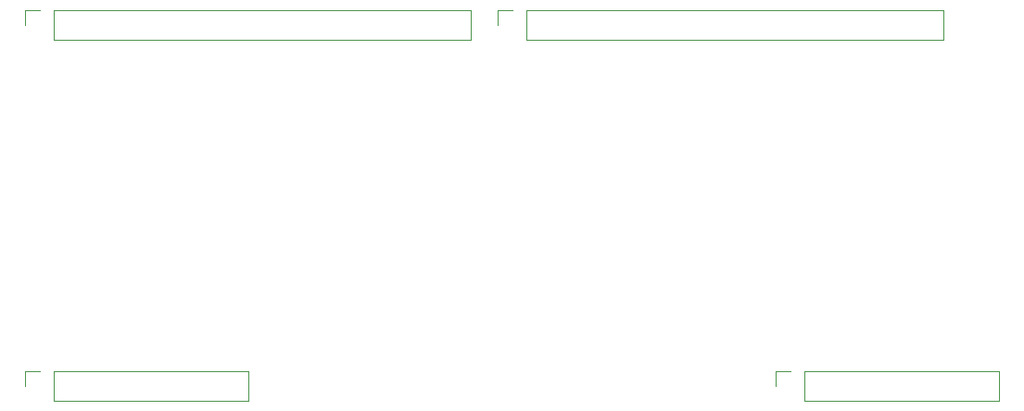
<source format=gbr>
%TF.GenerationSoftware,KiCad,Pcbnew,(5.1.10-1-10_14)*%
%TF.CreationDate,2021-11-14T12:12:58-05:00*%
%TF.ProjectId,transfer-register,7472616e-7366-4657-922d-726567697374,rev?*%
%TF.SameCoordinates,Original*%
%TF.FileFunction,Legend,Bot*%
%TF.FilePolarity,Positive*%
%FSLAX46Y46*%
G04 Gerber Fmt 4.6, Leading zero omitted, Abs format (unit mm)*
G04 Created by KiCad (PCBNEW (5.1.10-1-10_14)) date 2021-11-14 12:12:58*
%MOMM*%
%LPD*%
G01*
G04 APERTURE LIST*
%ADD10C,0.120000*%
G04 APERTURE END LIST*
D10*
%TO.C,J4*%
X136204000Y-100270000D02*
X136204000Y-102930000D01*
X118364000Y-100270000D02*
X136204000Y-100270000D01*
X118364000Y-102930000D02*
X136204000Y-102930000D01*
X118364000Y-100270000D02*
X118364000Y-102930000D01*
X117094000Y-100270000D02*
X115764000Y-100270000D01*
X115764000Y-100270000D02*
X115764000Y-101600000D01*
%TO.C,J3*%
X67624000Y-100270000D02*
X67624000Y-102930000D01*
X49784000Y-100270000D02*
X67624000Y-100270000D01*
X49784000Y-102930000D02*
X67624000Y-102930000D01*
X49784000Y-100270000D02*
X49784000Y-102930000D01*
X48514000Y-100270000D02*
X47184000Y-100270000D01*
X47184000Y-100270000D02*
X47184000Y-101600000D01*
%TO.C,J2*%
X87944000Y-67250000D02*
X87944000Y-69910000D01*
X49784000Y-67250000D02*
X87944000Y-67250000D01*
X49784000Y-69910000D02*
X87944000Y-69910000D01*
X49784000Y-67250000D02*
X49784000Y-69910000D01*
X48514000Y-67250000D02*
X47184000Y-67250000D01*
X47184000Y-67250000D02*
X47184000Y-68580000D01*
%TO.C,J1*%
X131124000Y-67250000D02*
X131124000Y-69910000D01*
X92964000Y-67250000D02*
X131124000Y-67250000D01*
X92964000Y-69910000D02*
X131124000Y-69910000D01*
X92964000Y-67250000D02*
X92964000Y-69910000D01*
X91694000Y-67250000D02*
X90364000Y-67250000D01*
X90364000Y-67250000D02*
X90364000Y-68580000D01*
%TD*%
M02*

</source>
